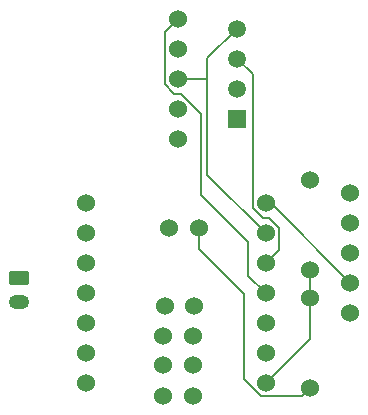
<source format=gbr>
%TF.GenerationSoftware,KiCad,Pcbnew,9.0.4*%
%TF.CreationDate,2025-08-19T16:45:46+02:00*%
%TF.ProjectId,XIAOC6_Occupancy_Battery,5849414f-4336-45f4-9f63-637570616e63,rev?*%
%TF.SameCoordinates,Original*%
%TF.FileFunction,Copper,L4,Bot*%
%TF.FilePolarity,Positive*%
%FSLAX46Y46*%
G04 Gerber Fmt 4.6, Leading zero omitted, Abs format (unit mm)*
G04 Created by KiCad (PCBNEW 9.0.4) date 2025-08-19 16:45:46*
%MOMM*%
%LPD*%
G01*
G04 APERTURE LIST*
G04 Aperture macros list*
%AMRoundRect*
0 Rectangle with rounded corners*
0 $1 Rounding radius*
0 $2 $3 $4 $5 $6 $7 $8 $9 X,Y pos of 4 corners*
0 Add a 4 corners polygon primitive as box body*
4,1,4,$2,$3,$4,$5,$6,$7,$8,$9,$2,$3,0*
0 Add four circle primitives for the rounded corners*
1,1,$1+$1,$2,$3*
1,1,$1+$1,$4,$5*
1,1,$1+$1,$6,$7*
1,1,$1+$1,$8,$9*
0 Add four rect primitives between the rounded corners*
20,1,$1+$1,$2,$3,$4,$5,0*
20,1,$1+$1,$4,$5,$6,$7,0*
20,1,$1+$1,$6,$7,$8,$9,0*
20,1,$1+$1,$8,$9,$2,$3,0*%
G04 Aperture macros list end*
%TA.AperFunction,ComponentPad*%
%ADD10R,1.500000X1.500000*%
%TD*%
%TA.AperFunction,ComponentPad*%
%ADD11C,1.500000*%
%TD*%
%TA.AperFunction,ComponentPad*%
%ADD12RoundRect,0.250000X-0.625000X0.350000X-0.625000X-0.350000X0.625000X-0.350000X0.625000X0.350000X0*%
%TD*%
%TA.AperFunction,ComponentPad*%
%ADD13O,1.750000X1.200000*%
%TD*%
%TA.AperFunction,ComponentPad*%
%ADD14C,1.524000*%
%TD*%
%TA.AperFunction,Conductor*%
%ADD15C,0.200000*%
%TD*%
G04 APERTURE END LIST*
D10*
%TO.P,U3,1,VDD*%
%TO.N,+3.3V*%
X114292500Y-37500000D03*
D11*
%TO.P,U3,2,VSS*%
%TO.N,-BATT*%
X114292500Y-34960000D03*
%TO.P,U3,3,SDA*%
%TO.N,SDA*%
X114292500Y-32420000D03*
%TO.P,U3,4,SCL*%
%TO.N,SCL*%
X114292500Y-29880000D03*
%TD*%
D12*
%TO.P,J1,1,Pin_1*%
%TO.N,-BATT*%
X95850000Y-51000000D03*
D13*
%TO.P,J1,2,Pin_2*%
%TO.N,+BATT*%
X95850000Y-53000000D03*
%TD*%
D14*
%TO.P,U2,1,GPIO0_A0_D0*%
%TO.N,Net-(U2-GPIO0_A0_D0)*%
X116740000Y-59920000D03*
%TO.P,U2,2,GPIO1_A1_D1*%
%TO.N,unconnected-(U2-GPIO1_A1_D1-Pad2)*%
X116740000Y-57380000D03*
%TO.P,U2,3,GPIO2_A2_D2*%
%TO.N,LD2410S_EXT*%
X116740000Y-54840000D03*
%TO.P,U2,4,GPIO21_D3*%
%TO.N,BH1750_ADDR*%
X116740000Y-52300000D03*
%TO.P,U2,5,GPIO22_D4_SDA*%
%TO.N,SDA*%
X116740000Y-49760000D03*
%TO.P,U2,6,GPIO23_D5_SCL*%
%TO.N,SCL*%
X116740000Y-47220000D03*
%TO.P,U2,7,GPIO16_D6_TX*%
%TO.N,TX*%
X116740000Y-44680000D03*
%TO.P,U2,8,GPIO17_D7_RX*%
%TO.N,RX*%
X101500000Y-44680000D03*
%TO.P,U2,9,GPIO19_D8_SCK*%
%TO.N,unconnected-(U2-GPIO19_D8_SCK-Pad9)*%
X101500000Y-47220000D03*
%TO.P,U2,10,GPIO20_D9_MISO*%
%TO.N,unconnected-(U2-GPIO20_D9_MISO-Pad10)*%
X101500000Y-49760000D03*
%TO.P,U2,11,GPIO18_D10_MOSI*%
%TO.N,unconnected-(U2-GPIO18_D10_MOSI-Pad11)*%
X101500000Y-52300000D03*
%TO.P,U2,12,3V3*%
%TO.N,+3.3V*%
X101500000Y-54840000D03*
%TO.P,U2,13,GND*%
%TO.N,-BATT*%
X101500000Y-57380000D03*
%TO.P,U2,14,5V*%
%TO.N,unconnected-(U2-5V-Pad14)*%
X101500000Y-59920000D03*
%TO.P,U2,15,BAT*%
%TO.N,+BATT*%
X111075000Y-46800000D03*
%TO.P,U2,16,GND*%
%TO.N,-BATT*%
X108575000Y-46800000D03*
%TO.P,U2,17,MTDI*%
%TO.N,unconnected-(U2-MTDI-Pad17)*%
X110575000Y-61000000D03*
%TO.P,U2,18,MTDO*%
%TO.N,unconnected-(U2-MTDO-Pad18)*%
X108075000Y-61000000D03*
%TO.P,U2,19,CHIP_EN*%
%TO.N,unconnected-(U2-CHIP_EN-Pad19)*%
X110575000Y-58400000D03*
%TO.P,U2,20,GND*%
%TO.N,unconnected-(U2-GND-Pad20)*%
X108075000Y-58400000D03*
%TO.P,U2,21,MTMS*%
%TO.N,unconnected-(U2-MTMS-Pad21)*%
X110575000Y-55900000D03*
%TO.P,U2,22,MTCK*%
%TO.N,unconnected-(U2-MTCK-Pad22)*%
X108075000Y-55900000D03*
%TO.P,U2,23,BOOT*%
%TO.N,unconnected-(U2-BOOT-Pad23)*%
X110675000Y-53400000D03*
%TO.P,U2,24,3V3_1*%
%TO.N,unconnected-(U2-3V3_1-Pad24)*%
X108175000Y-53400000D03*
%TD*%
%TO.P,R1,1*%
%TO.N,+BATT*%
X120500000Y-60310000D03*
%TO.P,R1,2*%
%TO.N,Net-(U2-GPIO0_A0_D0)*%
X120500000Y-52690000D03*
%TD*%
%TO.P,R2,1*%
%TO.N,Net-(U2-GPIO0_A0_D0)*%
X120500000Y-50310000D03*
%TO.P,R2,2*%
%TO.N,-BATT*%
X120500000Y-42690000D03*
%TD*%
%TO.P,U4,3V3,3V3*%
%TO.N,+3.3V*%
X123876600Y-43762100D03*
%TO.P,U4,GND,GND*%
%TO.N,-BATT*%
X123876600Y-46302100D03*
%TO.P,U4,OT2,OT2*%
%TO.N,LD2410S_EXT*%
X123876600Y-53922100D03*
%TO.P,U4,RX,RX*%
%TO.N,TX*%
X123876600Y-51382100D03*
%TO.P,U4,TX,TX*%
%TO.N,RX*%
X123876600Y-48842100D03*
%TD*%
%TO.P,U1,1,VCC*%
%TO.N,+3.3V*%
X109270000Y-39207000D03*
%TO.P,U1,2,GND*%
%TO.N,-BATT*%
X109270000Y-36667000D03*
%TO.P,U1,3,SCL*%
%TO.N,SCL*%
X109270000Y-34127000D03*
%TO.P,U1,4,SDA*%
%TO.N,SDA*%
X109270000Y-31587000D03*
%TO.P,U1,5,ADDR*%
%TO.N,BH1750_ADDR*%
X109270000Y-29047000D03*
%TD*%
D15*
%TO.N,SDA*%
X115628400Y-33755900D02*
X114292500Y-32420000D01*
X115628400Y-45093300D02*
X115628400Y-33755900D01*
X116485100Y-45950000D02*
X115628400Y-45093300D01*
X116984000Y-45950000D02*
X116485100Y-45950000D01*
X117833400Y-46799400D02*
X116984000Y-45950000D01*
X117833400Y-48666600D02*
X117833400Y-46799400D01*
X116740000Y-49760000D02*
X117833400Y-48666600D01*
%TO.N,BH1750_ADDR*%
X115262200Y-50822200D02*
X116740000Y-52300000D01*
X115262200Y-47959100D02*
X115262200Y-50822200D01*
X111272500Y-43969400D02*
X115262200Y-47959100D01*
X111272500Y-37095700D02*
X111272500Y-43969400D01*
X109573800Y-35397000D02*
X111272500Y-37095700D01*
X108983900Y-35397000D02*
X109573800Y-35397000D01*
X108172300Y-34585400D02*
X108983900Y-35397000D01*
X108172300Y-30144700D02*
X108172300Y-34585400D01*
X109270000Y-29047000D02*
X108172300Y-30144700D01*
%TO.N,SCL*%
X111787300Y-32385200D02*
X114292500Y-29880000D01*
X111787300Y-32426500D02*
X111787300Y-32385200D01*
X109270000Y-34127000D02*
X111787300Y-34127000D01*
X111787300Y-34127000D02*
X111787300Y-32426500D01*
X111787400Y-34127000D02*
X111787300Y-34127000D01*
X111787400Y-42267400D02*
X111787400Y-34127000D01*
X116740000Y-47220000D02*
X111787400Y-42267400D01*
%TO.N,TX*%
X117174500Y-44680000D02*
X116740000Y-44680000D01*
X123876600Y-51382100D02*
X117174500Y-44680000D01*
%TO.N,Net-(U2-GPIO0_A0_D0)*%
X120500000Y-50310000D02*
X120500000Y-52690000D01*
X120500000Y-56160000D02*
X116740000Y-59920000D01*
X120500000Y-52690000D02*
X120500000Y-56160000D01*
%TO.N,+BATT*%
X111075000Y-48550800D02*
X111075000Y-46800000D01*
X114862000Y-52337800D02*
X111075000Y-48550800D01*
X114862000Y-59564600D02*
X114862000Y-52337800D01*
X116294600Y-60997200D02*
X114862000Y-59564600D01*
X119812800Y-60997200D02*
X116294600Y-60997200D01*
X120500000Y-60310000D02*
X119812800Y-60997200D01*
%TD*%
M02*

</source>
